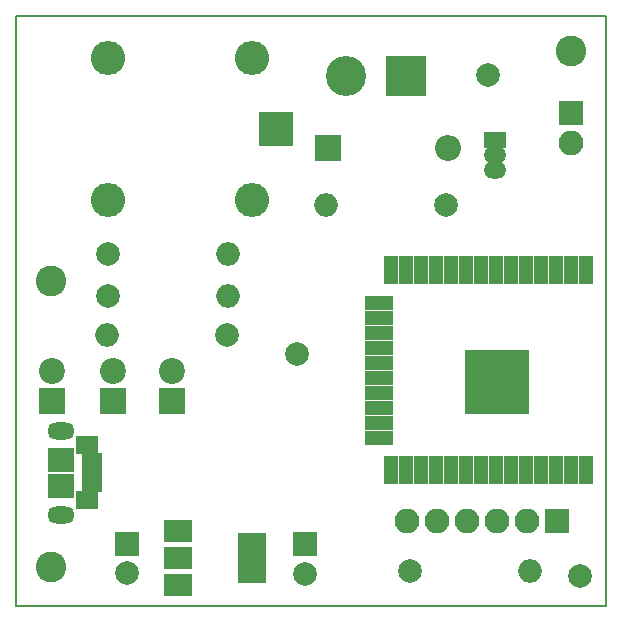
<source format=gbr>
G04 #@! TF.GenerationSoftware,KiCad,Pcbnew,5.0.0-fee4fd1~66~ubuntu18.04.1*
G04 #@! TF.CreationDate,2018-11-12T17:48:12-03:00*
G04 #@! TF.ProjectId,pcbAlarma,706362416C61726D612E6B696361645F,1.1*
G04 #@! TF.SameCoordinates,Original*
G04 #@! TF.FileFunction,Soldermask,Bot*
G04 #@! TF.FilePolarity,Negative*
%FSLAX46Y46*%
G04 Gerber Fmt 4.6, Leading zero omitted, Abs format (unit mm)*
G04 Created by KiCad (PCBNEW 5.0.0-fee4fd1~66~ubuntu18.04.1) date Mon Nov 12 17:48:12 2018*
%MOMM*%
%LPD*%
G01*
G04 APERTURE LIST*
%ADD10C,0.150000*%
%ADD11R,1.850000X1.550000*%
%ADD12O,2.300000X1.450000*%
%ADD13R,2.300000X2.150000*%
%ADD14R,1.800000X0.800000*%
%ADD15R,2.100000X2.100000*%
%ADD16O,2.100000X2.100000*%
%ADD17C,2.000000*%
%ADD18R,2.000000X2.000000*%
%ADD19C,2.200000*%
%ADD20R,2.200000X2.200000*%
%ADD21O,2.200000X2.200000*%
%ADD22C,2.600000*%
%ADD23C,3.400000*%
%ADD24R,3.400000X3.400000*%
%ADD25R,2.900000X2.900000*%
%ADD26O,2.900000X2.900000*%
%ADD27R,1.900000X1.450000*%
%ADD28O,1.900000X1.450000*%
%ADD29O,2.000000X2.000000*%
%ADD30R,2.400000X1.900000*%
%ADD31R,2.400000X4.200000*%
%ADD32R,1.300000X2.400000*%
%ADD33R,2.400000X1.300000*%
%ADD34R,5.400000X5.400000*%
G04 APERTURE END LIST*
D10*
X164200000Y-64600000D02*
X164200000Y-114600000D01*
X214200000Y-64600000D02*
X164200000Y-64600000D01*
X214200000Y-114600000D02*
X214200000Y-64600000D01*
X164200000Y-114600000D02*
X214200000Y-114600000D01*
D11*
G04 #@! TO.C,J1*
X170230000Y-105620000D03*
X170230000Y-100980000D03*
D12*
X168000000Y-99725000D03*
X168000000Y-106875000D03*
D13*
X168000000Y-104425000D03*
D14*
X170650000Y-103300000D03*
X170650000Y-102650000D03*
X170650000Y-102000000D03*
X170650000Y-104600000D03*
X170650000Y-103950000D03*
D13*
X168000000Y-102175000D03*
G04 #@! TD*
D15*
G04 #@! TO.C,J102*
X210000000Y-107400000D03*
D16*
X207460000Y-107400000D03*
X204920000Y-107400000D03*
X202380000Y-107400000D03*
X199840000Y-107400000D03*
X197300000Y-107400000D03*
G04 #@! TD*
D17*
G04 #@! TO.C,C1*
X173600000Y-111800000D03*
D18*
X173600000Y-109300000D03*
G04 #@! TD*
D17*
G04 #@! TO.C,C2*
X188700000Y-111850000D03*
D18*
X188700000Y-109350000D03*
G04 #@! TD*
D19*
G04 #@! TO.C,D1*
X177400000Y-94660000D03*
D20*
X177400000Y-97200000D03*
G04 #@! TD*
D21*
G04 #@! TO.C,D2*
X200760000Y-75800000D03*
D20*
X190600000Y-75800000D03*
G04 #@! TD*
D19*
G04 #@! TO.C,D3*
X167300000Y-94660000D03*
D20*
X167300000Y-97200000D03*
G04 #@! TD*
D19*
G04 #@! TO.C,D4*
X172400000Y-94660000D03*
D20*
X172400000Y-97200000D03*
G04 #@! TD*
D17*
G04 #@! TO.C,F1*
X188000000Y-93200000D03*
G04 #@! TD*
G04 #@! TO.C,F2*
X204200000Y-69600000D03*
G04 #@! TD*
G04 #@! TO.C,F3*
X212000000Y-112000000D03*
G04 #@! TD*
D22*
G04 #@! TO.C,H1*
X167200000Y-111300000D03*
G04 #@! TD*
G04 #@! TO.C,H2*
X211200000Y-67600000D03*
G04 #@! TD*
G04 #@! TO.C,H3*
X167150000Y-87025000D03*
G04 #@! TD*
D23*
G04 #@! TO.C,J4*
X192170000Y-69725000D03*
D24*
X197250000Y-69725000D03*
G04 #@! TD*
D16*
G04 #@! TO.C,J101*
X211200000Y-75340000D03*
D15*
X211200000Y-72800000D03*
G04 #@! TD*
D25*
G04 #@! TO.C,K1*
X186200000Y-74200000D03*
D26*
X184200000Y-68200000D03*
X172000000Y-68200000D03*
X172000000Y-80200000D03*
X184200000Y-80200000D03*
G04 #@! TD*
D27*
G04 #@! TO.C,Q1*
X204800000Y-75130000D03*
D28*
X204800000Y-77670000D03*
X204800000Y-76400000D03*
G04 #@! TD*
D17*
G04 #@! TO.C,R1*
X182100000Y-91600000D03*
D29*
X171940000Y-91600000D03*
G04 #@! TD*
G04 #@! TO.C,R2*
X182160000Y-84800000D03*
D17*
X172000000Y-84800000D03*
G04 #@! TD*
D29*
G04 #@! TO.C,R3*
X207760000Y-111600000D03*
D17*
X197600000Y-111600000D03*
G04 #@! TD*
D29*
G04 #@! TO.C,R4*
X182160000Y-88300000D03*
D17*
X172000000Y-88300000D03*
G04 #@! TD*
D29*
G04 #@! TO.C,R5*
X190440000Y-80600000D03*
D17*
X200600000Y-80600000D03*
G04 #@! TD*
D30*
G04 #@! TO.C,U1*
X177900000Y-112800000D03*
X177900000Y-108200000D03*
X177900000Y-110500000D03*
D31*
X184200000Y-110500000D03*
G04 #@! TD*
D32*
G04 #@! TO.C,U2*
X212455000Y-86100000D03*
X211185000Y-86100000D03*
X209915000Y-86100000D03*
X208645000Y-86100000D03*
X207375000Y-86100000D03*
X206105000Y-86100000D03*
X204835000Y-86100000D03*
X203565000Y-86100000D03*
X202295000Y-86100000D03*
X201025000Y-86100000D03*
X199755000Y-86100000D03*
X198485000Y-86100000D03*
X197215000Y-86100000D03*
X195945000Y-86100000D03*
D33*
X194945000Y-88885000D03*
X194945000Y-90155000D03*
X194945000Y-91425000D03*
X194945000Y-92695000D03*
X194945000Y-93965000D03*
X194945000Y-95235000D03*
X194945000Y-96505000D03*
X194945000Y-97775000D03*
X194945000Y-99045000D03*
X194945000Y-100315000D03*
D32*
X195945000Y-103100000D03*
X197215000Y-103100000D03*
X198485000Y-103100000D03*
X199755000Y-103100000D03*
X201025000Y-103100000D03*
X202295000Y-103100000D03*
X203565000Y-103100000D03*
X204835000Y-103100000D03*
X206105000Y-103100000D03*
X207375000Y-103100000D03*
X208645000Y-103100000D03*
X209915000Y-103100000D03*
X211185000Y-103100000D03*
X212455000Y-103100000D03*
D34*
X204955000Y-95600000D03*
G04 #@! TD*
M02*

</source>
